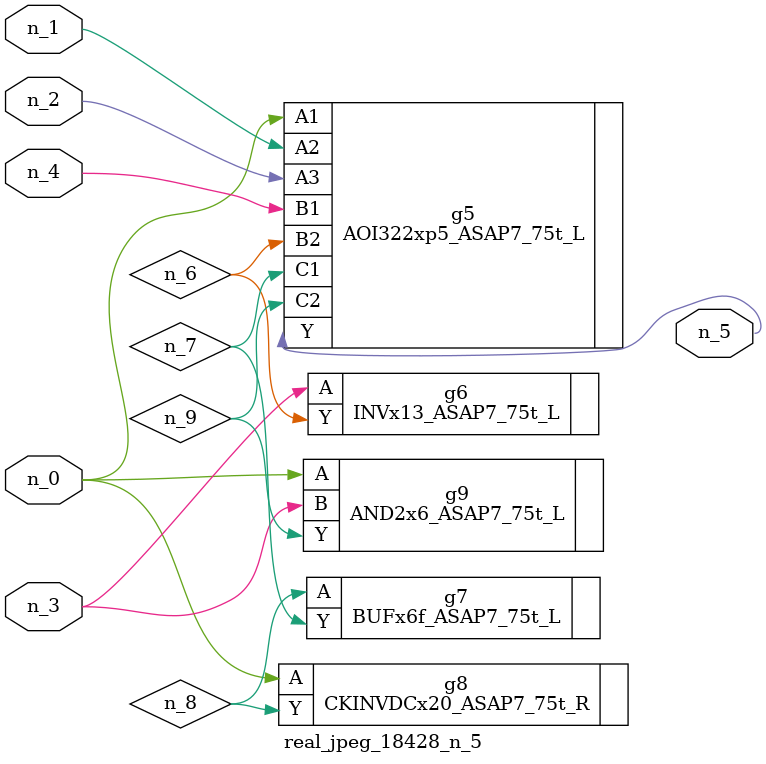
<source format=v>
module real_jpeg_18428_n_5 (n_4, n_0, n_1, n_2, n_3, n_5);

input n_4;
input n_0;
input n_1;
input n_2;
input n_3;

output n_5;

wire n_8;
wire n_6;
wire n_7;
wire n_9;

AOI322xp5_ASAP7_75t_L g5 ( 
.A1(n_0),
.A2(n_1),
.A3(n_2),
.B1(n_4),
.B2(n_6),
.C1(n_7),
.C2(n_9),
.Y(n_5)
);

CKINVDCx20_ASAP7_75t_R g8 ( 
.A(n_0),
.Y(n_8)
);

AND2x6_ASAP7_75t_L g9 ( 
.A(n_0),
.B(n_3),
.Y(n_9)
);

INVx13_ASAP7_75t_L g6 ( 
.A(n_3),
.Y(n_6)
);

BUFx6f_ASAP7_75t_L g7 ( 
.A(n_8),
.Y(n_7)
);


endmodule
</source>
